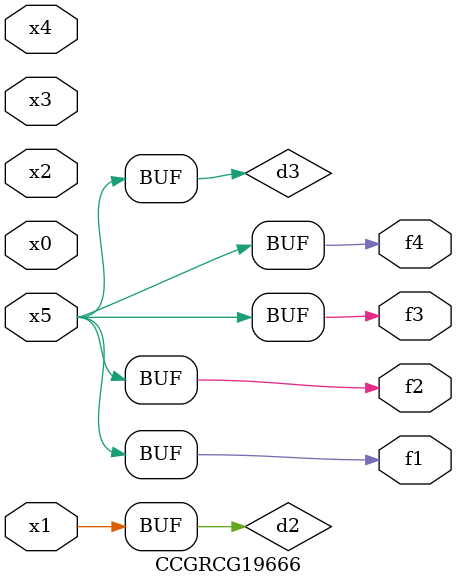
<source format=v>
module CCGRCG19666(
	input x0, x1, x2, x3, x4, x5,
	output f1, f2, f3, f4
);

	wire d1, d2, d3;

	not (d1, x5);
	or (d2, x1);
	xnor (d3, d1);
	assign f1 = d3;
	assign f2 = d3;
	assign f3 = d3;
	assign f4 = d3;
endmodule

</source>
